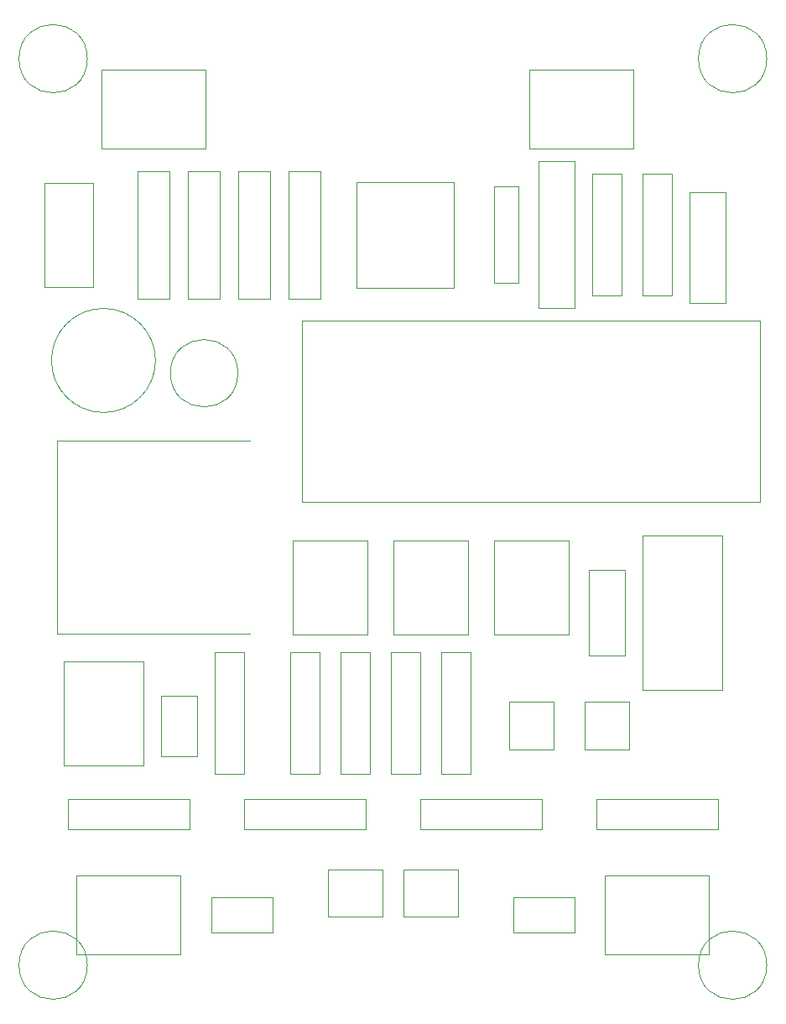
<source format=gbr>
%TF.GenerationSoftware,KiCad,Pcbnew,(6.0.6)*%
%TF.CreationDate,2023-11-02T23:17:45+01:00*%
%TF.ProjectId,DA02,44413032-2e6b-4696-9361-645f70636258,1.0*%
%TF.SameCoordinates,Original*%
%TF.FileFunction,Other,User*%
%FSLAX46Y46*%
G04 Gerber Fmt 4.6, Leading zero omitted, Abs format (unit mm)*
G04 Created by KiCad (PCBNEW (6.0.6)) date 2023-11-02 23:17:45*
%MOMM*%
%LPD*%
G01*
G04 APERTURE LIST*
%ADD10C,0.050000*%
G04 APERTURE END LIST*
D10*
%TO.C,R10*%
X67090000Y-95480000D02*
X67090000Y-92480000D01*
X54830000Y-92480000D02*
X54830000Y-95480000D01*
X54830000Y-95480000D02*
X67090000Y-95480000D01*
X67090000Y-92480000D02*
X54830000Y-92480000D01*
%TO.C,D4*%
X31420000Y-29130000D02*
X31420000Y-41990000D01*
X34620000Y-41990000D02*
X34620000Y-29130000D01*
X34620000Y-29130000D02*
X31420000Y-29130000D01*
X31420000Y-41990000D02*
X34620000Y-41990000D01*
%TO.C,Q2*%
X58610000Y-104330000D02*
X53150000Y-104330000D01*
X53150000Y-99590000D02*
X58610000Y-99590000D01*
X53150000Y-99590000D02*
X53150000Y-104330000D01*
X58610000Y-104330000D02*
X58610000Y-99590000D01*
%TO.C,U2*%
X48440000Y-30210000D02*
X48440000Y-40910000D01*
X58240000Y-40910000D02*
X58240000Y-30210000D01*
X48440000Y-40910000D02*
X58240000Y-40910000D01*
X58240000Y-30210000D02*
X48440000Y-30210000D01*
%TO.C,J6*%
X33760000Y-105940000D02*
X39910000Y-105940000D01*
X33760000Y-102340000D02*
X33760000Y-105940000D01*
X39910000Y-105940000D02*
X39910000Y-102340000D01*
X39910000Y-102340000D02*
X33760000Y-102340000D01*
%TO.C,J4*%
X71860000Y-69350000D02*
X71860000Y-78000000D01*
X71860000Y-78000000D02*
X75460000Y-78000000D01*
X75460000Y-78000000D02*
X75460000Y-69350000D01*
X75460000Y-69350000D02*
X71860000Y-69350000D01*
%TO.C,R4*%
X41680000Y-89950000D02*
X44680000Y-89950000D01*
X41680000Y-77690000D02*
X41680000Y-89950000D01*
X44680000Y-89950000D02*
X44680000Y-77690000D01*
X44680000Y-77690000D02*
X41680000Y-77690000D01*
%TO.C,J8*%
X64240000Y-105940000D02*
X70390000Y-105940000D01*
X64240000Y-102340000D02*
X64240000Y-105940000D01*
X70390000Y-105940000D02*
X70390000Y-102340000D01*
X70390000Y-102340000D02*
X64240000Y-102340000D01*
%TO.C,H4*%
X21230000Y-109220000D02*
G75*
G03*
X21230000Y-109220000I-3450000J0D01*
G01*
%TO.C,A1*%
X42930000Y-62480000D02*
X42930000Y-44200000D01*
X42930000Y-62480000D02*
X89150000Y-62480000D01*
X89150000Y-44200000D02*
X89150000Y-62480000D01*
X89150000Y-44200000D02*
X42930000Y-44200000D01*
%TO.C,D2*%
X29540000Y-29130000D02*
X26340000Y-29130000D01*
X26340000Y-29130000D02*
X26340000Y-41990000D01*
X29540000Y-41990000D02*
X29540000Y-29130000D01*
X26340000Y-41990000D02*
X29540000Y-41990000D01*
%TO.C,C1*%
X28110000Y-48220000D02*
G75*
G03*
X28110000Y-48220000I-5250000J0D01*
G01*
%TO.C,SW2*%
X59630000Y-75870000D02*
X59630000Y-75620000D01*
X52130000Y-66370000D02*
X52380000Y-66370000D01*
X52380000Y-66370000D02*
X59380000Y-66370000D01*
X59380000Y-75870000D02*
X59630000Y-75870000D01*
X59380000Y-75870000D02*
X52380000Y-75870000D01*
X52130000Y-66620000D02*
X52130000Y-66370000D01*
X52130000Y-75870000D02*
X52130000Y-75620000D01*
X59630000Y-66370000D02*
X59380000Y-66370000D01*
X52130000Y-75620000D02*
X52130000Y-66620000D01*
X59630000Y-66620000D02*
X59630000Y-66370000D01*
X59630000Y-66620000D02*
X59630000Y-75620000D01*
X52380000Y-75870000D02*
X52130000Y-75870000D01*
%TO.C,R8*%
X19270000Y-95480000D02*
X31530000Y-95480000D01*
X31530000Y-95480000D02*
X31530000Y-92480000D01*
X31530000Y-92480000D02*
X19270000Y-92480000D01*
X19270000Y-92480000D02*
X19270000Y-95480000D01*
%TO.C,R6*%
X54840000Y-89950000D02*
X54840000Y-77690000D01*
X54840000Y-77690000D02*
X51840000Y-77690000D01*
X51840000Y-89950000D02*
X54840000Y-89950000D01*
X51840000Y-77690000D02*
X51840000Y-89950000D01*
%TO.C,U1*%
X21830000Y-30310000D02*
X16920000Y-30310000D01*
X21830000Y-40810000D02*
X21830000Y-30310000D01*
X16920000Y-40810000D02*
X21830000Y-40810000D01*
X16920000Y-30310000D02*
X16920000Y-40810000D01*
%TO.C,R7*%
X56920000Y-77690000D02*
X56920000Y-89950000D01*
X59920000Y-89950000D02*
X59920000Y-77690000D01*
X59920000Y-77690000D02*
X56920000Y-77690000D01*
X56920000Y-89950000D02*
X59920000Y-89950000D01*
%TO.C,H3*%
X89810000Y-109220000D02*
G75*
G03*
X89810000Y-109220000I-3450000J0D01*
G01*
%TO.C,J11*%
X28680000Y-88170000D02*
X32280000Y-88170000D01*
X32280000Y-88170000D02*
X32280000Y-82020000D01*
X28680000Y-82020000D02*
X28680000Y-88170000D01*
X32280000Y-82020000D02*
X28680000Y-82020000D01*
%TO.C,H1*%
X21230000Y-17780000D02*
G75*
G03*
X21230000Y-17780000I-3450000J0D01*
G01*
%TO.C,C2*%
X36420000Y-49510000D02*
G75*
G03*
X36420000Y-49510000I-3400000J0D01*
G01*
%TO.C,R5*%
X49760000Y-89950000D02*
X49760000Y-77690000D01*
X46760000Y-89950000D02*
X49760000Y-89950000D01*
X46760000Y-77690000D02*
X46760000Y-89950000D01*
X49760000Y-77690000D02*
X46760000Y-77690000D01*
%TO.C,J10*%
X18860000Y-89070000D02*
X26860000Y-89070000D01*
X18860000Y-89070000D02*
X18860000Y-78570000D01*
X26860000Y-78570000D02*
X26860000Y-89070000D01*
X26860000Y-78570000D02*
X18860000Y-78570000D01*
%TO.C,J5*%
X82020000Y-42420000D02*
X85620000Y-42420000D01*
X85620000Y-42420000D02*
X85620000Y-31220000D01*
X85620000Y-31220000D02*
X82020000Y-31220000D01*
X82020000Y-31220000D02*
X82020000Y-42420000D01*
%TO.C,U3*%
X37680000Y-75780000D02*
X18200000Y-75780000D01*
X18200000Y-75780000D02*
X18200000Y-56300000D01*
X18200000Y-56300000D02*
X37680000Y-56300000D01*
%TO.C,SW3*%
X69790000Y-66370000D02*
X69540000Y-66370000D01*
X62540000Y-66370000D02*
X69540000Y-66370000D01*
X69790000Y-75870000D02*
X69790000Y-75620000D01*
X62290000Y-66620000D02*
X62290000Y-66370000D01*
X69790000Y-66620000D02*
X69790000Y-66370000D01*
X69540000Y-75870000D02*
X62540000Y-75870000D01*
X69790000Y-66620000D02*
X69790000Y-75620000D01*
X62290000Y-75870000D02*
X62290000Y-75620000D01*
X62290000Y-75620000D02*
X62290000Y-66620000D01*
X69540000Y-75870000D02*
X69790000Y-75870000D01*
X62290000Y-66370000D02*
X62540000Y-66370000D01*
X62540000Y-75870000D02*
X62290000Y-75870000D01*
%TO.C,J7*%
X30650000Y-108140000D02*
X20150000Y-108140000D01*
X20150000Y-100140000D02*
X20150000Y-108140000D01*
X30650000Y-108140000D02*
X30650000Y-100140000D01*
X20150000Y-100140000D02*
X30650000Y-100140000D01*
%TO.C,R9*%
X49310000Y-95480000D02*
X49310000Y-92480000D01*
X49310000Y-92480000D02*
X37050000Y-92480000D01*
X37050000Y-95480000D02*
X49310000Y-95480000D01*
X37050000Y-92480000D02*
X37050000Y-95480000D01*
%TO.C,H2*%
X89810000Y-17780000D02*
G75*
G03*
X89810000Y-17780000I-3450000J0D01*
G01*
%TO.C,SW1*%
X41970000Y-75870000D02*
X41970000Y-75620000D01*
X49470000Y-66620000D02*
X49470000Y-66370000D01*
X42220000Y-75870000D02*
X41970000Y-75870000D01*
X42220000Y-66370000D02*
X49220000Y-66370000D01*
X49220000Y-75870000D02*
X49470000Y-75870000D01*
X41970000Y-75620000D02*
X41970000Y-66620000D01*
X49470000Y-75870000D02*
X49470000Y-75620000D01*
X49470000Y-66370000D02*
X49220000Y-66370000D01*
X41970000Y-66370000D02*
X42220000Y-66370000D01*
X41970000Y-66620000D02*
X41970000Y-66370000D01*
X49470000Y-66620000D02*
X49470000Y-75620000D01*
X49220000Y-75870000D02*
X42220000Y-75870000D01*
%TO.C,D6*%
X68290000Y-87510000D02*
X68290000Y-82660000D01*
X68290000Y-82660000D02*
X63790000Y-82660000D01*
X63790000Y-87510000D02*
X68290000Y-87510000D01*
X63790000Y-82660000D02*
X63790000Y-87510000D01*
%TO.C,Q1*%
X45530000Y-99590000D02*
X45530000Y-104330000D01*
X50990000Y-104330000D02*
X45530000Y-104330000D01*
X45530000Y-99590000D02*
X50990000Y-99590000D01*
X50990000Y-104330000D02*
X50990000Y-99590000D01*
%TO.C,D5*%
X64750000Y-40420000D02*
X64750000Y-30700000D01*
X64750000Y-30700000D02*
X62250000Y-30700000D01*
X62250000Y-30700000D02*
X62250000Y-40420000D01*
X62250000Y-40420000D02*
X64750000Y-40420000D01*
%TO.C,R12*%
X34060000Y-89950000D02*
X37060000Y-89950000D01*
X37060000Y-89950000D02*
X37060000Y-77690000D01*
X37060000Y-77690000D02*
X34060000Y-77690000D01*
X34060000Y-77690000D02*
X34060000Y-89950000D01*
%TO.C,D1*%
X44780000Y-41990000D02*
X44780000Y-29130000D01*
X44780000Y-29130000D02*
X41580000Y-29130000D01*
X41580000Y-29130000D02*
X41580000Y-41990000D01*
X41580000Y-41990000D02*
X44780000Y-41990000D01*
%TO.C,J9*%
X83990000Y-108140000D02*
X83990000Y-100140000D01*
X73490000Y-100140000D02*
X83990000Y-100140000D01*
X73490000Y-100140000D02*
X73490000Y-108140000D01*
X83990000Y-108140000D02*
X73490000Y-108140000D01*
%TO.C,R1*%
X70430000Y-42960000D02*
X70430000Y-28160000D01*
X66730000Y-42960000D02*
X70430000Y-42960000D01*
X70430000Y-28160000D02*
X66730000Y-28160000D01*
X66730000Y-28160000D02*
X66730000Y-42960000D01*
%TO.C,R2*%
X72160000Y-41690000D02*
X75160000Y-41690000D01*
X75160000Y-29430000D02*
X72160000Y-29430000D01*
X72160000Y-29430000D02*
X72160000Y-41690000D01*
X75160000Y-41690000D02*
X75160000Y-29430000D01*
%TO.C,D3*%
X39700000Y-29130000D02*
X36500000Y-29130000D01*
X36500000Y-41990000D02*
X39700000Y-41990000D01*
X36500000Y-29130000D02*
X36500000Y-41990000D01*
X39700000Y-41990000D02*
X39700000Y-29130000D01*
%TO.C,D7*%
X71410000Y-82660000D02*
X71410000Y-87510000D01*
X75910000Y-82660000D02*
X71410000Y-82660000D01*
X71410000Y-87510000D02*
X75910000Y-87510000D01*
X75910000Y-87510000D02*
X75910000Y-82660000D01*
%TO.C,R11*%
X84870000Y-92480000D02*
X72610000Y-92480000D01*
X72610000Y-95480000D02*
X84870000Y-95480000D01*
X72610000Y-92480000D02*
X72610000Y-95480000D01*
X84870000Y-95480000D02*
X84870000Y-92480000D01*
%TO.C,J1*%
X22690000Y-18860000D02*
X22690000Y-26860000D01*
X22690000Y-18860000D02*
X33190000Y-18860000D01*
X33190000Y-26860000D02*
X33190000Y-18860000D01*
X33190000Y-26860000D02*
X22690000Y-26860000D01*
%TO.C,J3*%
X77280000Y-81460000D02*
X85280000Y-81460000D01*
X85280000Y-65860000D02*
X77280000Y-65860000D01*
X77280000Y-81460000D02*
X77280000Y-65860000D01*
X85280000Y-65860000D02*
X85280000Y-81460000D01*
%TO.C,J2*%
X65870000Y-18860000D02*
X76370000Y-18860000D01*
X76370000Y-26860000D02*
X65870000Y-26860000D01*
X65870000Y-18860000D02*
X65870000Y-26860000D01*
X76370000Y-26860000D02*
X76370000Y-18860000D01*
%TO.C,R3*%
X80240000Y-29430000D02*
X77240000Y-29430000D01*
X77240000Y-41690000D02*
X80240000Y-41690000D01*
X77240000Y-29430000D02*
X77240000Y-41690000D01*
X80240000Y-41690000D02*
X80240000Y-29430000D01*
%TD*%
M02*

</source>
